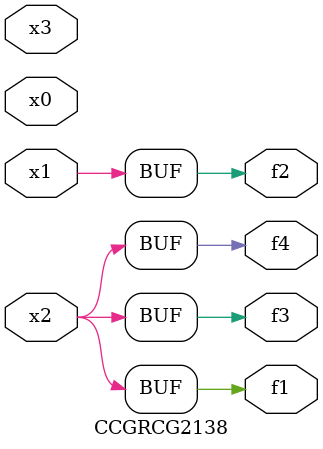
<source format=v>
module CCGRCG2138(
	input x0, x1, x2, x3,
	output f1, f2, f3, f4
);
	assign f1 = x2;
	assign f2 = x1;
	assign f3 = x2;
	assign f4 = x2;
endmodule

</source>
